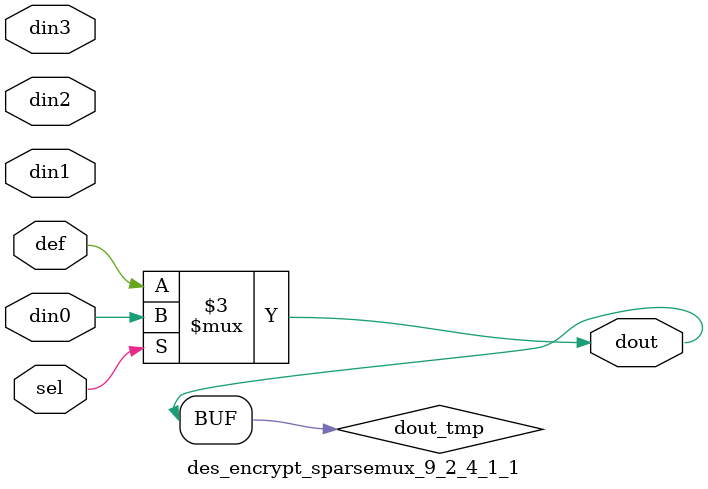
<source format=v>
`timescale 1ns / 1ps

(* DowngradeIPIdentifiedWarnings="yes" *) module des_encrypt_sparsemux_9_2_4_1_1 (din0,din1,din2,din3,def,sel,dout);

parameter din0_WIDTH = 1;

parameter din1_WIDTH = 1;

parameter din2_WIDTH = 1;

parameter din3_WIDTH = 1;

parameter def_WIDTH = 1;
parameter sel_WIDTH = 1;
parameter dout_WIDTH = 1;

parameter [sel_WIDTH-1:0] CASE0 = 1;

parameter [sel_WIDTH-1:0] CASE1 = 1;

parameter [sel_WIDTH-1:0] CASE2 = 1;

parameter [sel_WIDTH-1:0] CASE3 = 1;

parameter ID = 1;
parameter NUM_STAGE = 1;



input [din0_WIDTH-1:0] din0;

input [din1_WIDTH-1:0] din1;

input [din2_WIDTH-1:0] din2;

input [din3_WIDTH-1:0] din3;

input [def_WIDTH-1:0] def;
input [sel_WIDTH-1:0] sel;

output [dout_WIDTH-1:0] dout;



reg [dout_WIDTH-1:0] dout_tmp;


always @ (*) begin
(* parallel_case *) case (sel)
    
    CASE0 : dout_tmp = din0;
    
    CASE1 : dout_tmp = din1;
    
    CASE2 : dout_tmp = din2;
    
    CASE3 : dout_tmp = din3;
    
    default : dout_tmp = def;
endcase
end


assign dout = dout_tmp;



endmodule

</source>
